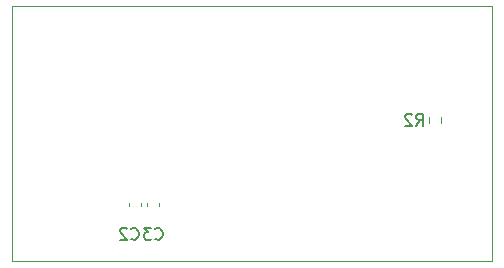
<source format=gbr>
%TF.GenerationSoftware,KiCad,Pcbnew,(5.1.8)-1*%
%TF.CreationDate,2021-01-01T08:41:17+08:00*%
%TF.ProjectId,MCP2517FD-Breakout,4d435032-3531-4374-9644-2d427265616b,rev?*%
%TF.SameCoordinates,Original*%
%TF.FileFunction,Legend,Bot*%
%TF.FilePolarity,Positive*%
%FSLAX46Y46*%
G04 Gerber Fmt 4.6, Leading zero omitted, Abs format (unit mm)*
G04 Created by KiCad (PCBNEW (5.1.8)-1) date 2021-01-01 08:41:17*
%MOMM*%
%LPD*%
G01*
G04 APERTURE LIST*
%TA.AperFunction,Profile*%
%ADD10C,0.050000*%
%TD*%
%ADD11C,0.120000*%
%ADD12C,0.150000*%
G04 APERTURE END LIST*
D10*
X157480000Y-86360000D02*
X157480000Y-107950000D01*
X119888000Y-86360000D02*
X116840000Y-86360000D01*
X157480000Y-86360000D02*
X119888000Y-86360000D01*
X126746000Y-107950000D02*
X157480000Y-107950000D01*
X116840000Y-107950000D02*
X126746000Y-107950000D01*
X116840000Y-86360000D02*
X116840000Y-107950000D01*
D11*
%TO.C,R2*%
X152131500Y-95757276D02*
X152131500Y-96266724D01*
X153176500Y-95757276D02*
X153176500Y-96266724D01*
%TO.C,C3*%
X128268000Y-102977733D02*
X128268000Y-103270267D01*
X129288000Y-102977733D02*
X129288000Y-103270267D01*
%TO.C,C2*%
X126744000Y-102977733D02*
X126744000Y-103270267D01*
X127764000Y-102977733D02*
X127764000Y-103270267D01*
%TD*%
%TO.C,R2*%
D12*
X151042666Y-96464380D02*
X151376000Y-95988190D01*
X151614095Y-96464380D02*
X151614095Y-95464380D01*
X151233142Y-95464380D01*
X151137904Y-95512000D01*
X151090285Y-95559619D01*
X151042666Y-95654857D01*
X151042666Y-95797714D01*
X151090285Y-95892952D01*
X151137904Y-95940571D01*
X151233142Y-95988190D01*
X151614095Y-95988190D01*
X150661714Y-95559619D02*
X150614095Y-95512000D01*
X150518857Y-95464380D01*
X150280761Y-95464380D01*
X150185523Y-95512000D01*
X150137904Y-95559619D01*
X150090285Y-95654857D01*
X150090285Y-95750095D01*
X150137904Y-95892952D01*
X150709333Y-96464380D01*
X150090285Y-96464380D01*
%TO.C,C3*%
X128944666Y-106021142D02*
X128992285Y-106068761D01*
X129135142Y-106116380D01*
X129230380Y-106116380D01*
X129373238Y-106068761D01*
X129468476Y-105973523D01*
X129516095Y-105878285D01*
X129563714Y-105687809D01*
X129563714Y-105544952D01*
X129516095Y-105354476D01*
X129468476Y-105259238D01*
X129373238Y-105164000D01*
X129230380Y-105116380D01*
X129135142Y-105116380D01*
X128992285Y-105164000D01*
X128944666Y-105211619D01*
X128611333Y-105116380D02*
X127992285Y-105116380D01*
X128325619Y-105497333D01*
X128182761Y-105497333D01*
X128087523Y-105544952D01*
X128039904Y-105592571D01*
X127992285Y-105687809D01*
X127992285Y-105925904D01*
X128039904Y-106021142D01*
X128087523Y-106068761D01*
X128182761Y-106116380D01*
X128468476Y-106116380D01*
X128563714Y-106068761D01*
X128611333Y-106021142D01*
%TO.C,C2*%
X126912666Y-106021142D02*
X126960285Y-106068761D01*
X127103142Y-106116380D01*
X127198380Y-106116380D01*
X127341238Y-106068761D01*
X127436476Y-105973523D01*
X127484095Y-105878285D01*
X127531714Y-105687809D01*
X127531714Y-105544952D01*
X127484095Y-105354476D01*
X127436476Y-105259238D01*
X127341238Y-105164000D01*
X127198380Y-105116380D01*
X127103142Y-105116380D01*
X126960285Y-105164000D01*
X126912666Y-105211619D01*
X126531714Y-105211619D02*
X126484095Y-105164000D01*
X126388857Y-105116380D01*
X126150761Y-105116380D01*
X126055523Y-105164000D01*
X126007904Y-105211619D01*
X125960285Y-105306857D01*
X125960285Y-105402095D01*
X126007904Y-105544952D01*
X126579333Y-106116380D01*
X125960285Y-106116380D01*
%TD*%
M02*

</source>
